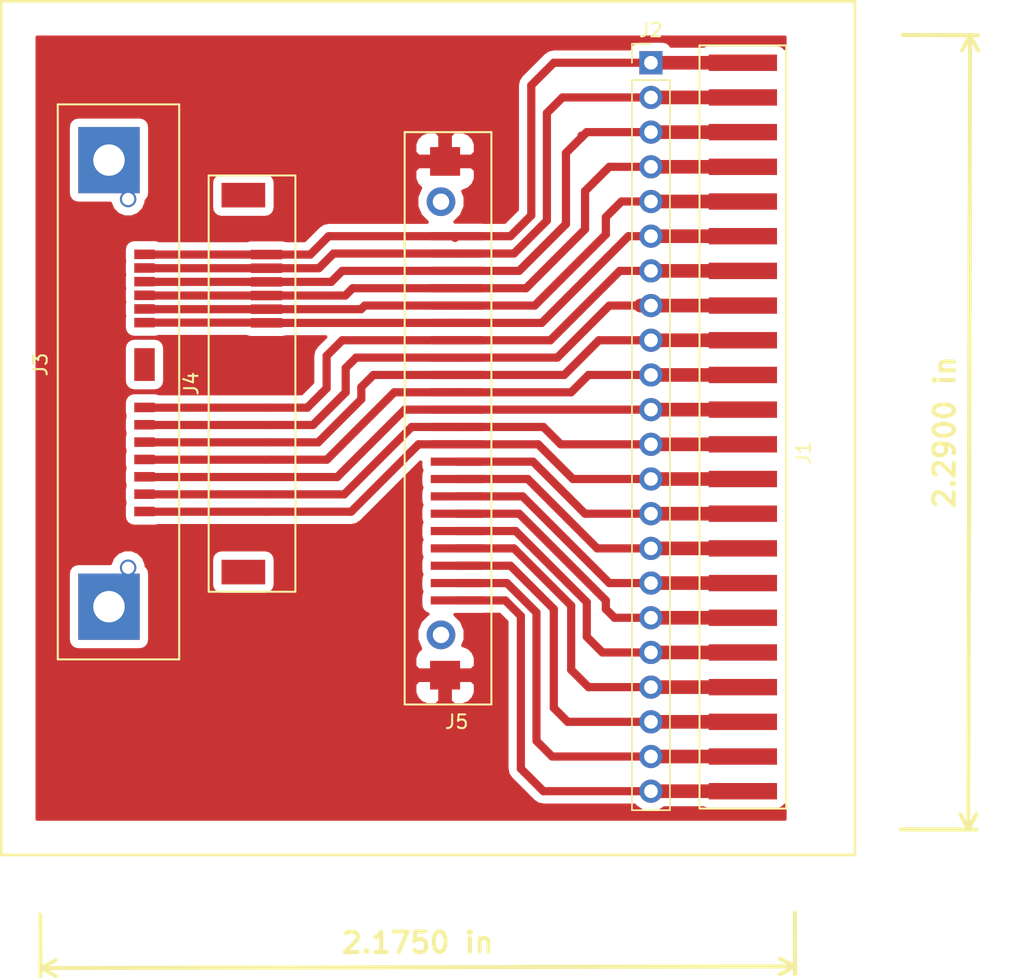
<source format=kicad_pcb>
(kicad_pcb (version 4) (host pcbnew 4.0.5+dfsg1-4~bpo8+1)

  (general
    (links 75)
    (no_connects 4)
    (area 154.899999 82.399999 217.600001 145.100001)
    (thickness 1.6)
    (drawings 6)
    (tracks 189)
    (zones 0)
    (modules 5)
    (nets 24)
  )

  (page USLetter)
  (layers
    (0 F.Cu signal)
    (31 B.Cu signal)
    (32 B.Adhes user)
    (33 F.Adhes user)
    (34 B.Paste user)
    (35 F.Paste user)
    (36 B.SilkS user)
    (37 F.SilkS user)
    (38 B.Mask user)
    (39 F.Mask user)
    (40 Dwgs.User user)
    (41 Cmts.User user)
    (42 Eco1.User user)
    (43 Eco2.User user)
    (44 Edge.Cuts user)
    (45 Margin user)
    (46 B.CrtYd user)
    (47 F.CrtYd user)
    (48 B.Fab user)
    (49 F.Fab user)
  )

  (setup
    (last_trace_width 0.6)
    (user_trace_width 0.3)
    (user_trace_width 0.6)
    (user_trace_width 1)
    (trace_clearance 0.2)
    (zone_clearance 0.6)
    (zone_45_only no)
    (trace_min 0.2)
    (segment_width 0.2)
    (edge_width 0.15)
    (via_size 0.6)
    (via_drill 0.4)
    (via_min_size 0.4)
    (via_min_drill 0.3)
    (uvia_size 0.3)
    (uvia_drill 0.1)
    (uvias_allowed no)
    (uvia_min_size 0.2)
    (uvia_min_drill 0.1)
    (pcb_text_width 0.3)
    (pcb_text_size 1.5 1.5)
    (mod_edge_width 0.15)
    (mod_text_size 1 1)
    (mod_text_width 0.15)
    (pad_size 1.524 1.524)
    (pad_drill 0.762)
    (pad_to_mask_clearance 0.2)
    (aux_axis_origin 0 0)
    (visible_elements 7FFFFFFF)
    (pcbplotparams
      (layerselection 0x00030_80000001)
      (usegerberextensions false)
      (excludeedgelayer true)
      (linewidth 0.100000)
      (plotframeref false)
      (viasonmask false)
      (mode 1)
      (useauxorigin false)
      (hpglpennumber 1)
      (hpglpenspeed 20)
      (hpglpendiameter 15)
      (hpglpenoverlay 2)
      (psnegative false)
      (psa4output false)
      (plotreference true)
      (plotvalue true)
      (plotinvisibletext false)
      (padsonsilk false)
      (subtractmaskfromsilk false)
      (outputformat 1)
      (mirror false)
      (drillshape 1)
      (scaleselection 1)
      (outputdirectory ""))
  )

  (net 0 "")
  (net 1 /1)
  (net 2 /2)
  (net 3 /3)
  (net 4 /4)
  (net 5 /5)
  (net 6 /6)
  (net 7 /7)
  (net 8 /8)
  (net 9 /9)
  (net 10 /10)
  (net 11 /11)
  (net 12 /12)
  (net 13 /13)
  (net 14 /14)
  (net 15 /15)
  (net 16 /16)
  (net 17 /17)
  (net 18 /18)
  (net 19 /19)
  (net 20 /20)
  (net 21 /21)
  (net 22 /22)
  (net 23 GND)

  (net_class Default "This is the default net class."
    (clearance 0.2)
    (trace_width 0.25)
    (via_dia 0.6)
    (via_drill 0.4)
    (uvia_dia 0.3)
    (uvia_drill 0.1)
    (add_net /1)
    (add_net /10)
    (add_net /11)
    (add_net /12)
    (add_net /13)
    (add_net /14)
    (add_net /15)
    (add_net /16)
    (add_net /17)
    (add_net /18)
    (add_net /19)
    (add_net /2)
    (add_net /20)
    (add_net /21)
    (add_net /22)
    (add_net /3)
    (add_net /4)
    (add_net /5)
    (add_net /6)
    (add_net /7)
    (add_net /8)
    (add_net /9)
    (add_net GND)
  )

  (net_class Signals ""
    (clearance 0.2)
    (trace_width 1)
    (via_dia 0.6)
    (via_drill 0.4)
    (uvia_dia 0.3)
    (uvia_drill 0.1)
  )

  (module CenditFootprints:CARD_EDGE_22P (layer F.Cu) (tedit 59DD192D) (tstamp 5A6EA9A1)
    (at 209.296 112.395 270)
    (descr 20)
    (path /59DD250F)
    (fp_text reference J1 (at 3.175 -4.445 270) (layer F.SilkS)
      (effects (font (size 1 1) (thickness 0.15)))
    )
    (fp_text value BOARD_EDGE_22P (at 2.54 4.445 270) (layer F.Fab)
      (effects (font (size 1 1) (thickness 0.15)))
    )
    (fp_line (start -26.67 -3.175) (end -26.67 3.175) (layer F.SilkS) (width 0.15))
    (fp_line (start -26.67 3.175) (end 29.21 3.175) (layer F.SilkS) (width 0.15))
    (fp_line (start 29.21 3.175) (end 29.21 -3.175) (layer F.SilkS) (width 0.15))
    (fp_line (start 29.21 -3.175) (end -26.67 -3.175) (layer F.SilkS) (width 0.15))
    (pad 22 smd rect (at 27.94 0 270) (size 1.2 5) (layers F.Cu F.Paste F.Mask)
      (net 22 /22))
    (pad 17 smd rect (at 15.24 0 270) (size 1.2 5) (layers F.Cu F.Paste F.Mask)
      (net 17 /17))
    (pad 1 smd rect (at -25.4 0 270) (size 1.2 5) (layers F.Cu F.Paste F.Mask)
      (net 1 /1))
    (pad 2 smd rect (at -22.86 0 270) (size 1.2 5) (layers F.Cu F.Paste F.Mask)
      (net 2 /2))
    (pad 4 smd rect (at -17.78 0 270) (size 1.2 5) (layers F.Cu F.Paste F.Mask)
      (net 4 /4))
    (pad 5 smd rect (at -15.24 0 270) (size 1.2 5) (layers F.Cu F.Paste F.Mask)
      (net 5 /5))
    (pad 6 smd rect (at -12.7 0 270) (size 1.2 5) (layers F.Cu F.Paste F.Mask)
      (net 6 /6))
    (pad 7 smd rect (at -10.16 0 270) (size 1.2 5) (layers F.Cu F.Paste F.Mask)
      (net 7 /7))
    (pad 8 smd rect (at -7.62 0 270) (size 1.2 5) (layers F.Cu F.Paste F.Mask)
      (net 8 /8))
    (pad 9 smd rect (at -5.08 0 270) (size 1.2 5) (layers F.Cu F.Paste F.Mask)
      (net 9 /9))
    (pad 10 smd rect (at -2.54 0 270) (size 1.2 5) (layers F.Cu F.Paste F.Mask)
      (net 10 /10))
    (pad 11 smd rect (at 0 0 270) (size 1.2 5) (layers F.Cu F.Paste F.Mask)
      (net 11 /11))
    (pad 13 smd rect (at 5.08 0 270) (size 1.2 5) (layers F.Cu F.Paste F.Mask)
      (net 13 /13))
    (pad 14 smd rect (at 7.62 0 270) (size 1.2 5) (layers F.Cu F.Paste F.Mask)
      (net 14 /14))
    (pad 15 smd rect (at 10.16 0 270) (size 1.2 5) (layers F.Cu F.Paste F.Mask)
      (net 15 /15))
    (pad 16 smd rect (at 12.7 0 270) (size 1.2 5) (layers F.Cu F.Paste F.Mask)
      (net 16 /16))
    (pad 18 smd rect (at 17.78 0 270) (size 1.2 5) (layers F.Cu F.Paste F.Mask)
      (net 18 /18))
    (pad 19 smd rect (at 20.32 0 270) (size 1.2 5) (layers F.Cu F.Paste F.Mask)
      (net 19 /19))
    (pad 20 smd rect (at 22.86 0 270) (size 1.2 5) (layers F.Cu F.Paste F.Mask)
      (net 20 /20))
    (pad 3 smd rect (at -20.32 0 270) (size 1.2 5) (layers F.Cu F.Paste F.Mask)
      (net 3 /3))
    (pad 21 smd rect (at 25.4 0 270) (size 1.2 5) (layers F.Cu F.Paste F.Mask)
      (net 21 /21))
    (pad 12 smd rect (at 2.54 0 270) (size 1.2 5) (layers F.Cu F.Paste F.Mask)
      (net 12 /12))
  )

  (module Pin_Headers:Pin_Header_Straight_1x22_Pitch2.54mm (layer F.Cu) (tedit 5862ED52) (tstamp 5A6EA9C9)
    (at 202.565 86.995)
    (descr "Through hole straight pin header, 1x22, 2.54mm pitch, single row")
    (tags "Through hole pin header THT 1x22 2.54mm single row")
    (path /59DD196D)
    (fp_text reference J2 (at 0 -2.39) (layer F.SilkS)
      (effects (font (size 1 1) (thickness 0.15)))
    )
    (fp_text value PIN_HEADER_01X22 (at 0 55.73) (layer F.Fab)
      (effects (font (size 1 1) (thickness 0.15)))
    )
    (fp_line (start -1.27 -1.27) (end -1.27 54.61) (layer F.Fab) (width 0.1))
    (fp_line (start -1.27 54.61) (end 1.27 54.61) (layer F.Fab) (width 0.1))
    (fp_line (start 1.27 54.61) (end 1.27 -1.27) (layer F.Fab) (width 0.1))
    (fp_line (start 1.27 -1.27) (end -1.27 -1.27) (layer F.Fab) (width 0.1))
    (fp_line (start -1.39 1.27) (end -1.39 54.73) (layer F.SilkS) (width 0.12))
    (fp_line (start -1.39 54.73) (end 1.39 54.73) (layer F.SilkS) (width 0.12))
    (fp_line (start 1.39 54.73) (end 1.39 1.27) (layer F.SilkS) (width 0.12))
    (fp_line (start 1.39 1.27) (end -1.39 1.27) (layer F.SilkS) (width 0.12))
    (fp_line (start -1.39 0) (end -1.39 -1.39) (layer F.SilkS) (width 0.12))
    (fp_line (start -1.39 -1.39) (end 0 -1.39) (layer F.SilkS) (width 0.12))
    (fp_line (start -1.6 -1.6) (end -1.6 54.9) (layer F.CrtYd) (width 0.05))
    (fp_line (start -1.6 54.9) (end 1.6 54.9) (layer F.CrtYd) (width 0.05))
    (fp_line (start 1.6 54.9) (end 1.6 -1.6) (layer F.CrtYd) (width 0.05))
    (fp_line (start 1.6 -1.6) (end -1.6 -1.6) (layer F.CrtYd) (width 0.05))
    (pad 1 thru_hole rect (at 0 0) (size 1.7 1.7) (drill 1) (layers *.Cu *.Mask)
      (net 1 /1))
    (pad 2 thru_hole oval (at 0 2.54) (size 1.7 1.7) (drill 1) (layers *.Cu *.Mask)
      (net 2 /2))
    (pad 3 thru_hole oval (at 0 5.08) (size 1.7 1.7) (drill 1) (layers *.Cu *.Mask)
      (net 3 /3))
    (pad 4 thru_hole oval (at 0 7.62) (size 1.7 1.7) (drill 1) (layers *.Cu *.Mask)
      (net 4 /4))
    (pad 5 thru_hole oval (at 0 10.16) (size 1.7 1.7) (drill 1) (layers *.Cu *.Mask)
      (net 5 /5))
    (pad 6 thru_hole oval (at 0 12.7) (size 1.7 1.7) (drill 1) (layers *.Cu *.Mask)
      (net 6 /6))
    (pad 7 thru_hole oval (at 0 15.24) (size 1.7 1.7) (drill 1) (layers *.Cu *.Mask)
      (net 7 /7))
    (pad 8 thru_hole oval (at 0 17.78) (size 1.7 1.7) (drill 1) (layers *.Cu *.Mask)
      (net 8 /8))
    (pad 9 thru_hole oval (at 0 20.32) (size 1.7 1.7) (drill 1) (layers *.Cu *.Mask)
      (net 9 /9))
    (pad 10 thru_hole oval (at 0 22.86) (size 1.7 1.7) (drill 1) (layers *.Cu *.Mask)
      (net 10 /10))
    (pad 11 thru_hole oval (at 0 25.4) (size 1.7 1.7) (drill 1) (layers *.Cu *.Mask)
      (net 11 /11))
    (pad 12 thru_hole oval (at 0 27.94) (size 1.7 1.7) (drill 1) (layers *.Cu *.Mask)
      (net 12 /12))
    (pad 13 thru_hole oval (at 0 30.48) (size 1.7 1.7) (drill 1) (layers *.Cu *.Mask)
      (net 13 /13))
    (pad 14 thru_hole oval (at 0 33.02) (size 1.7 1.7) (drill 1) (layers *.Cu *.Mask)
      (net 14 /14))
    (pad 15 thru_hole oval (at 0 35.56) (size 1.7 1.7) (drill 1) (layers *.Cu *.Mask)
      (net 15 /15))
    (pad 16 thru_hole oval (at 0 38.1) (size 1.7 1.7) (drill 1) (layers *.Cu *.Mask)
      (net 16 /16))
    (pad 17 thru_hole oval (at 0 40.64) (size 1.7 1.7) (drill 1) (layers *.Cu *.Mask)
      (net 17 /17))
    (pad 18 thru_hole oval (at 0 43.18) (size 1.7 1.7) (drill 1) (layers *.Cu *.Mask)
      (net 18 /18))
    (pad 19 thru_hole oval (at 0 45.72) (size 1.7 1.7) (drill 1) (layers *.Cu *.Mask)
      (net 19 /19))
    (pad 20 thru_hole oval (at 0 48.26) (size 1.7 1.7) (drill 1) (layers *.Cu *.Mask)
      (net 20 /20))
    (pad 21 thru_hole oval (at 0 50.8) (size 1.7 1.7) (drill 1) (layers *.Cu *.Mask)
      (net 21 /21))
    (pad 22 thru_hole oval (at 0 53.34) (size 1.7 1.7) (drill 1) (layers *.Cu *.Mask)
      (net 22 /22))
    (model Pin_Headers.3dshapes/Pin_Header_Straight_1x22_Pitch2.54mm.wrl
      (at (xyz 0 -1.05 0))
      (scale (xyz 1 1 1))
      (rotate (xyz 0 0 90))
    )
  )

  (module CenditFootprints:SLIMLINE_SATA_PLUG_7P_6P (layer F.Cu) (tedit 59C2E00D) (tstamp 5A6EA9E3)
    (at 165.481 109.093 270)
    (path /59DD133C)
    (fp_text reference J3 (at 0 7.62 270) (layer F.SilkS)
      (effects (font (size 1 1) (thickness 0.15)))
    )
    (fp_text value SLIMLINE_SATA_PLUG_7P_6P_HORZ (at 0 -3.81 270) (layer F.Fab)
      (effects (font (size 1 1) (thickness 0.15)))
    )
    (fp_line (start -19.05 6.35) (end 21.59 6.35) (layer F.SilkS) (width 0.15))
    (fp_line (start 21.59 6.35) (end 21.59 -2.54) (layer F.SilkS) (width 0.15))
    (fp_line (start 21.59 -2.54) (end -19.05 -2.54) (layer F.SilkS) (width 0.15))
    (fp_line (start -19.05 -2.54) (end -19.05 6.35) (layer F.SilkS) (width 0.15))
    (pad 14 smd rect (at 0 0 270) (size 2.4 1.5) (layers F.Cu F.Paste F.Mask)
      (net 14 /14))
    (pad 12 smd rect (at 9.49 0 270) (size 0.7 1.5) (layers F.Cu F.Paste F.Mask)
      (net 12 /12))
    (pad 11 smd rect (at 8.22 0 270) (size 0.7 1.5) (layers F.Cu F.Paste F.Mask)
      (net 11 /11))
    (pad 13 smd rect (at 10.76 0 270) (size 0.7 1.5) (layers F.Cu F.Paste F.Mask)
      (net 13 /13))
    (pad 10 smd rect (at 6.95 0 270) (size 0.7 1.5) (layers F.Cu F.Paste F.Mask)
      (net 10 /10))
    (pad 9 smd rect (at 5.68 0 270) (size 0.7 1.5) (layers F.Cu F.Paste F.Mask)
      (net 9 /9))
    (pad 8 smd rect (at 4.41 0 270) (size 0.7 1.5) (layers F.Cu F.Paste F.Mask)
      (net 8 /8))
    (pad 7 smd rect (at 3.14 0 270) (size 0.7 1.5) (layers F.Cu F.Paste F.Mask)
      (net 7 /7))
    (pad 6 smd rect (at -3.07 0 270) (size 0.7 1.5) (layers F.Cu F.Paste F.Mask)
      (net 6 /6))
    (pad 5 smd rect (at -4.07 0 270) (size 0.7 1.5) (layers F.Cu F.Paste F.Mask)
      (net 5 /5))
    (pad 4 smd rect (at -5.07 0 270) (size 0.7 1.5) (layers F.Cu F.Paste F.Mask)
      (net 4 /4))
    (pad 3 smd rect (at -6.07 0 270) (size 0.7 1.5) (layers F.Cu F.Paste F.Mask)
      (net 3 /3))
    (pad 2 smd rect (at -7.07 0 270) (size 0.7 1.5) (layers F.Cu F.Paste F.Mask)
      (net 2 /2))
    (pad 1 smd rect (at -8.07 0 270) (size 0.7 1.5) (layers F.Cu F.Paste F.Mask)
      (net 1 /1))
    (pad 17 thru_hole circle (at 14.88 1.2 270) (size 1.2 1.2) (drill 0.9) (layers *.Cu *.Mask))
    (pad 16 thru_hole circle (at -12.12 1.2 270) (size 1.2 1.2) (drill 0.9) (layers *.Cu *.Mask))
    (pad 15 thru_hole rect (at 17.73 2.6 270) (size 4.85 4.5) (drill 2.3) (layers *.Cu *.Mask))
    (pad 14 thru_hole rect (at -14.97 2.6 270) (size 4.85 4.5) (drill 2.3) (layers *.Cu *.Paste *.Mask)
      (net 14 /14))
  )

  (module CenditFootprints:SATA_RECEPTACLE_VERTICAL_SMT_6P_7P (layer F.Cu) (tedit 59DD25A2) (tstamp 5A6EA9FA)
    (at 172.72 110.49 270)
    (descr 3)
    (path /59DD1406)
    (fp_text reference J4 (at 0 3.81 270) (layer F.SilkS)
      (effects (font (size 1 1) (thickness 0.15)))
    )
    (fp_text value "SATA_RECEPTACLE_VERTICAL_SMT_6P_ 7P" (at 0 -5 270) (layer F.Fab)
      (effects (font (size 1 1) (thickness 0.15)))
    )
    (fp_line (start -15.24 -3.81) (end -15.24 2.54) (layer F.SilkS) (width 0.15))
    (fp_line (start -15.24 2.54) (end 15.24 2.54) (layer F.SilkS) (width 0.15))
    (fp_line (start 15.24 2.54) (end 15.24 -3.81) (layer F.SilkS) (width 0.15))
    (fp_line (start 15.24 -3.81) (end -15.24 -3.81) (layer F.SilkS) (width 0.15))
    (pad 8 smd rect (at 3.03 -1.7 270) (size 0.5 2.3) (layers F.Cu F.Paste F.Mask)
      (net 8 /8))
    (pad 7 smd rect (at 1.76 -1.7 270) (size 0.5 2.3) (layers F.Cu F.Paste F.Mask)
      (net 7 /7))
    (pad 9 smd rect (at 4.3 -1.7 270) (size 0.5 2.3) (layers F.Cu F.Paste F.Mask)
      (net 9 /9))
    (pad 10 smd rect (at 5.57 -1.7 270) (size 0.5 2.3) (layers F.Cu F.Paste F.Mask)
      (net 10 /10))
    (pad 11 smd rect (at 6.84 -1.7 270) (size 0.5 2.3) (layers F.Cu F.Paste F.Mask)
      (net 11 /11))
    (pad 12 smd rect (at 8.11 -1.7 270) (size 0.5 2.3) (layers F.Cu F.Paste F.Mask)
      (net 12 /12))
    (pad 13 smd rect (at 9.38 -1.7 270) (size 0.5 2.3) (layers F.Cu F.Paste F.Mask)
      (net 13 /13))
    (pad 6 smd rect (at -4.45 -1.7 270) (size 0.7 2.3) (layers F.Cu F.Paste F.Mask)
      (net 6 /6))
    (pad 5 smd rect (at -5.45 -1.7 270) (size 0.7 2.3) (layers F.Cu F.Paste F.Mask)
      (net 5 /5))
    (pad 4 smd rect (at -6.45 -1.7 270) (size 0.7 2.3) (layers F.Cu F.Paste F.Mask)
      (net 4 /4))
    (pad 3 smd rect (at -7.45 -1.7 270) (size 0.7 2.3) (layers F.Cu F.Paste F.Mask)
      (net 3 /3))
    (pad 2 smd rect (at -8.45 -1.7 270) (size 0.7 2.3) (layers F.Cu F.Paste F.Mask)
      (net 2 /2))
    (pad 1 smd rect (at -9.45 -1.7 270) (size 0.7 2.3) (layers F.Cu F.Paste F.Mask)
      (net 1 /1))
    (pad 14 smd rect (at 13.8 0 270) (size 1.8 3.2) (layers F.Cu F.Paste F.Mask)
      (net 14 /14))
    (pad 14 smd rect (at -13.8 0 270) (size 1.8 3.2) (layers F.Cu F.Paste F.Mask)
      (net 14 /14))
  )

  (module CenditFootprints:SATA_BACKPLANE_RECEPTACLE_VERTICAL_22P (layer F.Cu) (tedit 59DEB63E) (tstamp 5A6EAA1D)
    (at 185.801 99.695)
    (descr 21)
    (path /59DD1528)
    (fp_text reference J5 (at 2.54 35.56) (layer F.SilkS)
      (effects (font (size 1 1) (thickness 0.15)))
    )
    (fp_text value SATA_BACKPLANE_RECEPTACLE_VERTICAL_22P (at -2.032 10.16 90) (layer F.Fab)
      (effects (font (size 1 1) (thickness 0.15)))
    )
    (fp_line (start -1.27 -7.62) (end -1.27 1.27) (layer F.SilkS) (width 0.15))
    (fp_line (start -1.27 -7.62) (end 5.08 -7.62) (layer F.SilkS) (width 0.15))
    (fp_line (start 5.08 -7.62) (end 5.08 34.29) (layer F.SilkS) (width 0.15))
    (fp_line (start 5.08 34.29) (end -1.27 34.29) (layer F.SilkS) (width 0.15))
    (fp_line (start -1.27 34.29) (end -1.27 0) (layer F.SilkS) (width 0.15))
    (pad 23 smd rect (at 1.69 32.145) (size 2.2 2.1) (layers F.Cu F.Paste F.Mask)
      (net 23 GND))
    (pad "" np_thru_hole circle (at 1.39 29.195) (size 2.1 2.1) (drill 1.2) (layers *.Cu *.Mask))
    (pad 1 smd rect (at 2.54 0) (size 3.8 0.6) (layers F.Cu F.Paste F.Mask)
      (net 1 /1))
    (pad 2 smd rect (at 2.54 1.27) (size 3.8 0.6) (layers F.Cu F.Paste F.Mask)
      (net 2 /2))
    (pad 3 smd rect (at 2.54 2.54) (size 3.8 0.6) (layers F.Cu F.Paste F.Mask)
      (net 3 /3))
    (pad 4 smd rect (at 2.54 3.81) (size 3.8 0.6) (layers F.Cu F.Paste F.Mask)
      (net 4 /4))
    (pad 5 smd rect (at 2.54 5.08) (size 3.8 0.6) (layers F.Cu F.Paste F.Mask)
      (net 5 /5))
    (pad 6 smd rect (at 2.54 6.35) (size 3.8 0.6) (layers F.Cu F.Paste F.Mask)
      (net 6 /6))
    (pad 7 smd rect (at 2.54 7.62) (size 3.8 0.6) (layers F.Cu F.Paste F.Mask)
      (net 7 /7))
    (pad 8 smd rect (at 2.54 8.89) (size 3.8 0.6) (layers F.Cu F.Paste F.Mask)
      (net 8 /8))
    (pad 9 smd rect (at 2.54 10.16) (size 3.8 0.6) (layers F.Cu F.Paste F.Mask)
      (net 9 /9))
    (pad 10 smd rect (at 2.54 11.43) (size 3.8 0.6) (layers F.Cu F.Paste F.Mask)
      (net 10 /10))
    (pad 11 smd rect (at 2.54 12.7) (size 3.8 0.6) (layers F.Cu F.Paste F.Mask)
      (net 11 /11))
    (pad 12 smd rect (at 2.54 13.97) (size 3.8 0.6) (layers F.Cu F.Paste F.Mask)
      (net 12 /12))
    (pad 13 smd rect (at 2.54 15.24) (size 3.8 0.6) (layers F.Cu F.Paste F.Mask)
      (net 13 /13))
    (pad 14 smd rect (at 2.54 16.51) (size 3.8 0.6) (layers F.Cu F.Paste F.Mask)
      (net 14 /14))
    (pad 15 smd rect (at 2.54 17.78) (size 3.8 0.6) (layers F.Cu F.Paste F.Mask)
      (net 15 /15))
    (pad 16 smd rect (at 2.54 19.05) (size 3.8 0.6) (layers F.Cu F.Paste F.Mask)
      (net 16 /16))
    (pad 17 smd rect (at 2.54 20.32) (size 3.8 0.6) (layers F.Cu F.Paste F.Mask)
      (net 17 /17))
    (pad 18 smd rect (at 2.54 21.59) (size 3.8 0.6) (layers F.Cu F.Paste F.Mask)
      (net 18 /18))
    (pad 19 smd rect (at 2.54 22.86) (size 3.8 0.6) (layers F.Cu F.Paste F.Mask)
      (net 19 /19))
    (pad 20 smd rect (at 2.54 24.13) (size 3.8 0.6) (layers F.Cu F.Paste F.Mask)
      (net 20 /20))
    (pad 21 smd rect (at 2.54 25.4) (size 3.8 0.6) (layers F.Cu F.Paste F.Mask)
      (net 21 /21))
    (pad 22 smd rect (at 2.54 26.67) (size 3.8 0.6) (layers F.Cu F.Paste F.Mask)
      (net 22 /22))
    (pad "" np_thru_hole circle (at 1.39 -2.525) (size 2.1 2.1) (drill 1.2) (layers *.Cu *.Mask))
    (pad 23 smd rect (at 1.69 -5.475) (size 2.2 2.1) (layers F.Cu F.Paste F.Mask)
      (net 23 GND))
  )

  (dimension 55.245146 (width 0.3) (layer F.SilkS)
    (gr_text 55,245mm (at 185.49565 154.574015 0.1317142036) (layer F.SilkS)
      (effects (font (size 1.5 1.5) (thickness 0.3)))
    )
    (feature1 (pts (xy 213.106 149.225) (xy 213.121254 155.860512)))
    (feature2 (pts (xy 157.861 149.352) (xy 157.876254 155.987512)))
    (crossbar (pts (xy 157.870047 153.287519) (xy 213.115047 153.160519)))
    (arrow1a (pts (xy 213.115047 153.160519) (xy 211.989894 153.749528)))
    (arrow1b (pts (xy 213.115047 153.160519) (xy 211.987198 152.576689)))
    (arrow2a (pts (xy 157.870047 153.287519) (xy 158.997896 153.871349)))
    (arrow2b (pts (xy 157.870047 153.287519) (xy 158.9952 152.69851)))
  )
  (dimension 58.166139 (width 0.3) (layer F.SilkS)
    (gr_text 58,166mm (at 227.219473 114.059761 89.87490024) (layer F.SilkS)
      (effects (font (size 1.5 1.5) (thickness 0.3)))
    )
    (feature1 (pts (xy 220.853 143.129) (xy 228.50597 143.145709)))
    (feature2 (pts (xy 220.98 84.963) (xy 228.63297 84.979709)))
    (crossbar (pts (xy 225.932976 84.973814) (xy 225.805976 143.139814)))
    (arrow1a (pts (xy 225.805976 143.139814) (xy 225.222016 142.012033)))
    (arrow1b (pts (xy 225.805976 143.139814) (xy 226.394855 142.014593)))
    (arrow2a (pts (xy 225.932976 84.973814) (xy 225.344097 86.099035)))
    (arrow2b (pts (xy 225.932976 84.973814) (xy 226.516936 86.101595)))
  )
  (gr_line (start 155 82.5) (end 217.5 82.5) (angle 90) (layer F.SilkS) (width 0.2))
  (gr_line (start 155 145) (end 155 82.5) (angle 90) (layer F.SilkS) (width 0.2))
  (gr_line (start 217.5 145) (end 155 145) (angle 90) (layer F.SilkS) (width 0.2))
  (gr_line (start 217.5 82.5) (end 217.5 145) (angle 90) (layer F.SilkS) (width 0.2))

  (segment (start 209.296 86.995) (end 202.565 86.995) (width 1) (layer F.Cu) (net 1))
  (segment (start 174.42 101.04) (end 165.498 101.04) (width 0.6) (layer F.Cu) (net 1))
  (segment (start 165.498 101.04) (end 165.481 101.023) (width 0.6) (layer F.Cu) (net 1) (tstamp 59DEB566))
  (segment (start 202.565 86.995) (end 195.453 86.995) (width 0.6) (layer F.Cu) (net 1))
  (segment (start 192.278 99.695) (end 193.802 98.171) (width 0.6) (layer F.Cu) (net 1) (tstamp 59DEB297))
  (segment (start 193.802 98.171) (end 193.802 88.646) (width 0.6) (layer F.Cu) (net 1) (tstamp 59DEB298))
  (segment (start 193.802 88.646) (end 195.453 86.995) (width 0.6) (layer F.Cu) (net 1) (tstamp 59DEB299))
  (segment (start 192.278 99.695) (end 188.341 99.695) (width 0.6) (layer F.Cu) (net 1))
  (segment (start 188.341 99.695) (end 178.966 99.695) (width 0.6) (layer F.Cu) (net 1))
  (segment (start 177.621 101.04) (end 178.943 99.718) (width 0.6) (layer F.Cu) (net 1) (tstamp 59DEAF0C))
  (segment (start 177.621 101.04) (end 174.42 101.04) (width 0.6) (layer F.Cu) (net 1))
  (segment (start 178.966 99.695) (end 178.943 99.718) (width 0.6) (layer F.Cu) (net 1) (tstamp 59DEB0C8))
  (segment (start 188.318 99.718) (end 188.341 99.695) (width 0.6) (layer F.Cu) (net 1) (tstamp 59DEAF12) (status 30))
  (segment (start 188.214 99.822) (end 188.341 99.695) (width 0.6) (layer F.Cu) (net 1) (tstamp 59DEAEFE) (status 30))
  (segment (start 209.296 89.535) (end 202.565 89.535) (width 1) (layer F.Cu) (net 2))
  (segment (start 174.42 102.04) (end 165.498 102.04) (width 0.6) (layer F.Cu) (net 2))
  (segment (start 165.498 102.04) (end 165.481 102.023) (width 0.6) (layer F.Cu) (net 2) (tstamp 59DEB569))
  (segment (start 202.565 89.535) (end 196.088 89.535) (width 0.6) (layer F.Cu) (net 2))
  (segment (start 192.532 100.965) (end 194.945 98.552) (width 0.6) (layer F.Cu) (net 2) (tstamp 59DEB29E))
  (segment (start 194.945 98.552) (end 194.945 90.678) (width 0.6) (layer F.Cu) (net 2) (tstamp 59DEB2A0))
  (segment (start 194.945 90.678) (end 196.088 89.535) (width 0.6) (layer F.Cu) (net 2) (tstamp 59DEB2A2))
  (segment (start 192.532 100.965) (end 188.341 100.965) (width 0.6) (layer F.Cu) (net 2))
  (segment (start 188.341 100.965) (end 179.324 100.965) (width 0.6) (layer F.Cu) (net 2))
  (segment (start 178.249 102.04) (end 179.324 100.965) (width 0.6) (layer F.Cu) (net 2) (tstamp 59DEAF16))
  (segment (start 178.249 102.04) (end 174.42 102.04) (width 0.6) (layer F.Cu) (net 2))
  (segment (start 209.296 92.075) (end 202.565 92.075) (width 1) (layer F.Cu) (net 3))
  (segment (start 174.42 103.04) (end 165.498 103.04) (width 0.6) (layer F.Cu) (net 3))
  (segment (start 165.498 103.04) (end 165.481 103.023) (width 0.6) (layer F.Cu) (net 3) (tstamp 59DEB56C))
  (segment (start 202.565 92.075) (end 197.866 92.075) (width 0.6) (layer F.Cu) (net 3))
  (segment (start 197.866 92.075) (end 197.612 92.329) (width 0.6) (layer F.Cu) (net 3) (tstamp 59DEB47A))
  (segment (start 197.612 92.329) (end 197.485 92.329) (width 0.6) (layer F.Cu) (net 3) (tstamp 59DEB47B))
  (segment (start 197.485 92.329) (end 197.485 92.456) (width 0.6) (layer F.Cu) (net 3) (tstamp 59DEB47C))
  (segment (start 188.341 102.235) (end 192.913 102.235) (width 0.6) (layer F.Cu) (net 3))
  (segment (start 196.342 93.599) (end 197.485 92.456) (width 0.6) (layer F.Cu) (net 3) (tstamp 59DEB2AA))
  (segment (start 197.485 92.456) (end 197.866 92.075) (width 0.6) (layer F.Cu) (net 3) (tstamp 59DEB47D))
  (segment (start 196.342 98.806) (end 196.342 93.599) (width 0.6) (layer F.Cu) (net 3) (tstamp 59DEB2A8))
  (segment (start 192.913 102.235) (end 196.342 98.806) (width 0.6) (layer F.Cu) (net 3) (tstamp 59DEB2A6))
  (segment (start 188.341 102.235) (end 179.959 102.235) (width 0.6) (layer F.Cu) (net 3))
  (segment (start 179.154 103.04) (end 179.959 102.235) (width 0.6) (layer F.Cu) (net 3) (tstamp 59DEAF21))
  (segment (start 179.154 103.04) (end 174.42 103.04) (width 0.6) (layer F.Cu) (net 3))
  (segment (start 209.296 94.615) (end 202.565 94.615) (width 1) (layer F.Cu) (net 4))
  (segment (start 174.42 104.04) (end 165.498 104.04) (width 0.6) (layer F.Cu) (net 4))
  (segment (start 165.498 104.04) (end 165.481 104.023) (width 0.6) (layer F.Cu) (net 4) (tstamp 59DEB56F))
  (segment (start 202.565 94.615) (end 199.517 94.615) (width 0.6) (layer F.Cu) (net 4))
  (segment (start 193.421 103.505) (end 197.739 99.187) (width 0.6) (layer F.Cu) (net 4) (tstamp 59DEB2AE))
  (segment (start 197.739 99.187) (end 197.739 96.393) (width 0.6) (layer F.Cu) (net 4) (tstamp 59DEB2B0))
  (segment (start 197.739 96.393) (end 199.517 94.615) (width 0.6) (layer F.Cu) (net 4) (tstamp 59DEB2B2))
  (segment (start 193.421 103.505) (end 188.341 103.505) (width 0.6) (layer F.Cu) (net 4))
  (segment (start 188.341 103.505) (end 180.721 103.505) (width 0.6) (layer F.Cu) (net 4))
  (segment (start 180.186 104.04) (end 180.721 103.505) (width 0.6) (layer F.Cu) (net 4) (tstamp 59DEAF28))
  (segment (start 180.186 104.04) (end 174.42 104.04) (width 0.6) (layer F.Cu) (net 4))
  (segment (start 209.296 97.155) (end 202.565 97.155) (width 1) (layer F.Cu) (net 5))
  (segment (start 174.42 105.04) (end 165.498 105.04) (width 0.6) (layer F.Cu) (net 5))
  (segment (start 165.498 105.04) (end 165.481 105.023) (width 0.6) (layer F.Cu) (net 5) (tstamp 59DEB572))
  (segment (start 202.565 97.155) (end 200.406 97.155) (width 0.6) (layer F.Cu) (net 5))
  (segment (start 194.056 104.775) (end 199.263 99.568) (width 0.6) (layer F.Cu) (net 5) (tstamp 59DEB2BD))
  (segment (start 199.263 99.568) (end 199.263 98.298) (width 0.6) (layer F.Cu) (net 5) (tstamp 59DEB2BF))
  (segment (start 199.263 98.298) (end 200.406 97.155) (width 0.6) (layer F.Cu) (net 5) (tstamp 59DEB2C0))
  (segment (start 194.056 104.775) (end 188.341 104.775) (width 0.6) (layer F.Cu) (net 5))
  (segment (start 188.341 104.775) (end 181.61 104.775) (width 0.6) (layer F.Cu) (net 5))
  (segment (start 181.345 105.04) (end 181.61 104.775) (width 0.6) (layer F.Cu) (net 5) (tstamp 59DEAF2F))
  (segment (start 181.345 105.04) (end 174.42 105.04) (width 0.6) (layer F.Cu) (net 5))
  (segment (start 209.296 99.695) (end 202.565 99.695) (width 1) (layer F.Cu) (net 6))
  (segment (start 165.481 106.023) (end 174.403 106.023) (width 0.6) (layer F.Cu) (net 6))
  (segment (start 174.403 106.023) (end 174.42 106.04) (width 0.6) (layer F.Cu) (net 6) (tstamp 59DEB575))
  (segment (start 188.341 106.045) (end 174.425 106.045) (width 0.6) (layer F.Cu) (net 6))
  (segment (start 174.425 106.045) (end 174.42 106.04) (width 0.6) (layer F.Cu) (net 6) (tstamp 59DEB563))
  (segment (start 202.565 99.695) (end 200.914 99.695) (width 0.6) (layer F.Cu) (net 6))
  (segment (start 194.564 106.045) (end 200.914 99.695) (width 0.6) (layer F.Cu) (net 6) (tstamp 59DEB2C4))
  (segment (start 194.564 106.045) (end 188.341 106.045) (width 0.6) (layer F.Cu) (net 6))
  (segment (start 188.336 106.04) (end 188.341 106.045) (width 0.6) (layer F.Cu) (net 6) (tstamp 59DEAED6) (status 30))
  (segment (start 209.296 102.235) (end 202.565 102.235) (width 1) (layer F.Cu) (net 7))
  (segment (start 174.42 112.25) (end 165.498 112.25) (width 0.6) (layer F.Cu) (net 7))
  (segment (start 165.498 112.25) (end 165.481 112.233) (width 0.6) (layer F.Cu) (net 7) (tstamp 59DEB578))
  (segment (start 202.565 102.235) (end 200.279 102.235) (width 0.6) (layer F.Cu) (net 7))
  (segment (start 195.199 107.315) (end 200.279 102.235) (width 0.6) (layer F.Cu) (net 7) (tstamp 59DEB2CA))
  (segment (start 195.199 107.315) (end 188.341 107.315) (width 0.6) (layer F.Cu) (net 7))
  (segment (start 188.341 107.315) (end 179.959 107.315) (width 0.6) (layer F.Cu) (net 7))
  (segment (start 177.401 112.25) (end 174.42 112.25) (width 0.6) (layer F.Cu) (net 7))
  (segment (start 178.816 108.458) (end 179.959 107.315) (width 0.6) (layer F.Cu) (net 7) (tstamp 59DEAE3C))
  (segment (start 178.816 110.835) (end 178.816 108.458) (width 0.6) (layer F.Cu) (net 7) (tstamp 59DEAE20))
  (segment (start 177.401 112.25) (end 178.816 110.835) (width 0.6) (layer F.Cu) (net 7) (tstamp 59DEAE1B))
  (segment (start 209.296 104.775) (end 201.803 104.775) (width 1) (layer F.Cu) (net 8))
  (segment (start 201.803 104.775) (end 202.565 104.775) (width 1) (layer F.Cu) (net 8) (tstamp 59DEB6B1))
  (segment (start 174.42 113.52) (end 165.498 113.52) (width 0.6) (layer F.Cu) (net 8))
  (segment (start 165.498 113.52) (end 165.481 113.503) (width 0.6) (layer F.Cu) (net 8) (tstamp 59DEB57B))
  (segment (start 202.565 104.775) (end 199.517 104.775) (width 0.6) (layer F.Cu) (net 8))
  (segment (start 195.707 108.585) (end 199.517 104.775) (width 0.6) (layer F.Cu) (net 8) (tstamp 59DEB2D0))
  (segment (start 195.707 108.585) (end 188.341 108.585) (width 0.6) (layer F.Cu) (net 8))
  (segment (start 188.341 108.585) (end 180.975 108.585) (width 0.6) (layer F.Cu) (net 8))
  (segment (start 177.818 113.52) (end 174.42 113.52) (width 0.6) (layer F.Cu) (net 8) (tstamp 59DEAE56))
  (segment (start 180.213 111.125) (end 177.818 113.52) (width 0.6) (layer F.Cu) (net 8) (tstamp 59DEAE4F))
  (segment (start 180.213 109.347) (end 180.213 111.125) (width 0.6) (layer F.Cu) (net 8) (tstamp 59DEAE4D))
  (segment (start 180.975 108.585) (end 180.213 109.347) (width 0.6) (layer F.Cu) (net 8) (tstamp 59DEAE47))
  (segment (start 209.296 107.315) (end 202.565 107.315) (width 1) (layer F.Cu) (net 9))
  (segment (start 174.42 114.79) (end 165.498 114.79) (width 0.6) (layer F.Cu) (net 9))
  (segment (start 165.498 114.79) (end 165.481 114.773) (width 0.6) (layer F.Cu) (net 9) (tstamp 59DEB57E))
  (segment (start 202.565 107.315) (end 198.755 107.315) (width 0.6) (layer F.Cu) (net 9))
  (segment (start 196.215 109.855) (end 198.755 107.315) (width 0.6) (layer F.Cu) (net 9) (tstamp 59DEB2D6))
  (segment (start 196.215 109.855) (end 188.341 109.855) (width 0.6) (layer F.Cu) (net 9))
  (segment (start 188.341 109.855) (end 182.245 109.855) (width 0.6) (layer F.Cu) (net 9))
  (segment (start 181.356 111.633) (end 178.199 114.79) (width 0.6) (layer F.Cu) (net 9) (tstamp 59DEB021))
  (segment (start 181.356 110.744) (end 181.356 111.633) (width 0.6) (layer F.Cu) (net 9) (tstamp 59DEB01A))
  (segment (start 182.245 109.855) (end 181.356 110.744) (width 0.6) (layer F.Cu) (net 9) (tstamp 59DEB012))
  (segment (start 178.199 114.79) (end 174.42 114.79) (width 0.6) (layer F.Cu) (net 9))
  (segment (start 209.296 109.855) (end 202.565 109.855) (width 1) (layer F.Cu) (net 10))
  (segment (start 174.42 116.06) (end 165.498 116.06) (width 0.6) (layer F.Cu) (net 10))
  (segment (start 165.498 116.06) (end 165.481 116.043) (width 0.6) (layer F.Cu) (net 10) (tstamp 59DEB581))
  (segment (start 202.565 109.855) (end 197.993 109.855) (width 0.6) (layer F.Cu) (net 10))
  (segment (start 196.723 111.125) (end 197.993 109.855) (width 0.6) (layer F.Cu) (net 10) (tstamp 59DEB2DC))
  (segment (start 196.723 111.125) (end 188.341 111.125) (width 0.6) (layer F.Cu) (net 10))
  (segment (start 188.341 111.125) (end 183.769 111.125) (width 0.6) (layer F.Cu) (net 10))
  (segment (start 178.834 116.06) (end 174.42 116.06) (width 0.6) (layer F.Cu) (net 10) (tstamp 59DEAE80))
  (segment (start 183.769 111.125) (end 178.834 116.06) (width 0.6) (layer F.Cu) (net 10) (tstamp 59DEAE76))
  (segment (start 209.296 112.395) (end 202.565 112.395) (width 1) (layer F.Cu) (net 11))
  (segment (start 174.42 117.33) (end 165.498 117.33) (width 0.6) (layer F.Cu) (net 11))
  (segment (start 165.498 117.33) (end 165.481 117.313) (width 0.6) (layer F.Cu) (net 11) (tstamp 59DEB584))
  (segment (start 202.565 112.395) (end 188.341 112.395) (width 0.6) (layer F.Cu) (net 11))
  (segment (start 188.341 112.395) (end 184.531 112.395) (width 0.6) (layer F.Cu) (net 11))
  (segment (start 179.596 117.33) (end 174.42 117.33) (width 0.6) (layer F.Cu) (net 11) (tstamp 59DEAE8B))
  (segment (start 184.531 112.395) (end 179.596 117.33) (width 0.6) (layer F.Cu) (net 11) (tstamp 59DEAE88))
  (segment (start 209.296 114.935) (end 202.565 114.935) (width 1) (layer F.Cu) (net 12))
  (segment (start 174.42 118.6) (end 165.498 118.6) (width 0.6) (layer F.Cu) (net 12))
  (segment (start 165.498 118.6) (end 165.481 118.583) (width 0.6) (layer F.Cu) (net 12) (tstamp 59DEB587))
  (segment (start 202.565 114.935) (end 195.961 114.935) (width 0.6) (layer F.Cu) (net 12))
  (segment (start 194.691 113.665) (end 195.961 114.935) (width 0.6) (layer F.Cu) (net 12) (tstamp 59DEB373))
  (segment (start 194.691 113.665) (end 188.341 113.665) (width 0.6) (layer F.Cu) (net 12))
  (segment (start 188.341 113.665) (end 185.039 113.665) (width 0.6) (layer F.Cu) (net 12))
  (segment (start 180.104 118.6) (end 174.42 118.6) (width 0.6) (layer F.Cu) (net 12) (tstamp 59DEAE9B))
  (segment (start 185.039 113.665) (end 180.104 118.6) (width 0.6) (layer F.Cu) (net 12) (tstamp 59DEB0EF))
  (segment (start 209.296 117.475) (end 202.565 117.475) (width 1) (layer F.Cu) (net 13))
  (segment (start 174.42 119.87) (end 165.498 119.87) (width 0.6) (layer F.Cu) (net 13))
  (segment (start 165.498 119.87) (end 165.481 119.853) (width 0.6) (layer F.Cu) (net 13) (tstamp 59DEB58A))
  (segment (start 202.565 117.475) (end 196.85 117.475) (width 0.6) (layer F.Cu) (net 13))
  (segment (start 194.31 114.935) (end 196.85 117.475) (width 0.6) (layer F.Cu) (net 13) (tstamp 59DEB36A))
  (segment (start 194.31 114.935) (end 188.341 114.935) (width 0.6) (layer F.Cu) (net 13))
  (segment (start 188.341 114.935) (end 185.547 114.935) (width 0.6) (layer F.Cu) (net 13))
  (segment (start 185.547 114.935) (end 184.912 115.57) (width 0.6) (layer F.Cu) (net 13) (tstamp 59DEB0F7))
  (segment (start 180.612 119.87) (end 184.912 115.57) (width 0.6) (layer F.Cu) (net 13) (tstamp 59DEAE9F))
  (segment (start 184.912 115.57) (end 185.547 114.935) (width 0.6) (layer F.Cu) (net 13) (tstamp 59DEB0FB))
  (segment (start 180.612 119.87) (end 174.42 119.87) (width 0.6) (layer F.Cu) (net 13))
  (segment (start 209.296 120.015) (end 202.565 120.015) (width 1) (layer F.Cu) (net 14))
  (segment (start 202.565 120.015) (end 197.739 120.015) (width 0.6) (layer F.Cu) (net 14))
  (segment (start 193.929 116.205) (end 197.739 120.015) (width 0.6) (layer F.Cu) (net 14) (tstamp 59DEB35D))
  (segment (start 193.929 116.205) (end 188.341 116.205) (width 0.6) (layer F.Cu) (net 14))
  (segment (start 209.296 122.555) (end 202.565 122.555) (width 1) (layer F.Cu) (net 15))
  (segment (start 202.565 122.555) (end 198.628 122.555) (width 0.6) (layer F.Cu) (net 15))
  (segment (start 193.548 117.475) (end 198.628 122.555) (width 0.6) (layer F.Cu) (net 15) (tstamp 59DEB34F))
  (segment (start 193.548 117.475) (end 188.341 117.475) (width 0.6) (layer F.Cu) (net 15))
  (segment (start 209.296 125.095) (end 202.565 125.095) (width 1) (layer F.Cu) (net 16))
  (segment (start 202.565 125.095) (end 199.517 125.095) (width 0.6) (layer F.Cu) (net 16))
  (segment (start 193.167 118.745) (end 199.517 125.095) (width 0.6) (layer F.Cu) (net 16) (tstamp 59DEB344))
  (segment (start 193.167 118.745) (end 188.341 118.745) (width 0.6) (layer F.Cu) (net 16))
  (segment (start 209.296 127.635) (end 202.565 127.635) (width 1) (layer F.Cu) (net 17))
  (segment (start 202.565 127.635) (end 199.898 127.635) (width 0.6) (layer F.Cu) (net 17))
  (segment (start 192.913 120.015) (end 199.263 126.365) (width 0.6) (layer F.Cu) (net 17) (tstamp 59DEB32E))
  (segment (start 199.263 126.365) (end 199.263 127) (width 0.6) (layer F.Cu) (net 17) (tstamp 59DEB335))
  (segment (start 199.263 127) (end 199.898 127.635) (width 0.6) (layer F.Cu) (net 17) (tstamp 59DEB337))
  (segment (start 192.913 120.015) (end 188.341 120.015) (width 0.6) (layer F.Cu) (net 17))
  (segment (start 209.296 130.175) (end 202.565 130.175) (width 1) (layer F.Cu) (net 18))
  (segment (start 202.565 130.175) (end 199.009 130.175) (width 0.6) (layer F.Cu) (net 18))
  (segment (start 192.659 121.285) (end 197.866 126.492) (width 0.6) (layer F.Cu) (net 18) (tstamp 59DEB308))
  (segment (start 197.866 126.492) (end 197.866 129.032) (width 0.6) (layer F.Cu) (net 18) (tstamp 59DEB30E))
  (segment (start 197.866 129.032) (end 199.009 130.175) (width 0.6) (layer F.Cu) (net 18) (tstamp 59DEB313))
  (segment (start 192.659 121.285) (end 188.341 121.285) (width 0.6) (layer F.Cu) (net 18))
  (segment (start 209.296 132.715) (end 202.565 132.715) (width 1) (layer F.Cu) (net 19))
  (segment (start 202.565 132.715) (end 197.993 132.715) (width 0.6) (layer F.Cu) (net 19))
  (segment (start 192.532 122.555) (end 196.723 126.746) (width 0.6) (layer F.Cu) (net 19) (tstamp 59DEB2F9))
  (segment (start 196.723 126.746) (end 196.723 131.445) (width 0.6) (layer F.Cu) (net 19) (tstamp 59DEB2FE))
  (segment (start 196.723 131.445) (end 197.993 132.715) (width 0.6) (layer F.Cu) (net 19) (tstamp 59DEB301))
  (segment (start 192.532 122.555) (end 188.341 122.555) (width 0.6) (layer F.Cu) (net 19))
  (segment (start 209.296 135.255) (end 202.565 135.255) (width 1) (layer F.Cu) (net 20))
  (segment (start 202.565 135.255) (end 196.469 135.255) (width 0.6) (layer F.Cu) (net 20))
  (segment (start 192.278 123.825) (end 195.453 127) (width 0.6) (layer F.Cu) (net 20) (tstamp 59DEB2F1))
  (segment (start 195.453 127) (end 195.453 134.239) (width 0.6) (layer F.Cu) (net 20) (tstamp 59DEB2F3))
  (segment (start 195.453 134.239) (end 196.469 135.255) (width 0.6) (layer F.Cu) (net 20) (tstamp 59DEB2F5))
  (segment (start 192.278 123.825) (end 188.341 123.825) (width 0.6) (layer F.Cu) (net 20))
  (segment (start 209.296 137.795) (end 202.565 137.795) (width 1) (layer F.Cu) (net 21))
  (segment (start 202.565 137.795) (end 195.326 137.795) (width 0.6) (layer F.Cu) (net 21))
  (segment (start 192.024 125.095) (end 194.183 127.254) (width 0.6) (layer F.Cu) (net 21) (tstamp 59DEB2EB))
  (segment (start 194.183 127.254) (end 194.183 136.652) (width 0.6) (layer F.Cu) (net 21) (tstamp 59DEB2EC))
  (segment (start 194.183 136.652) (end 195.326 137.795) (width 0.6) (layer F.Cu) (net 21) (tstamp 59DEB2ED))
  (segment (start 192.024 125.095) (end 188.341 125.095) (width 0.6) (layer F.Cu) (net 21))
  (segment (start 209.296 140.335) (end 202.565 140.335) (width 1) (layer F.Cu) (net 22))
  (segment (start 202.565 140.335) (end 194.691 140.335) (width 0.6) (layer F.Cu) (net 22))
  (segment (start 191.897 126.365) (end 193.04 127.508) (width 0.6) (layer F.Cu) (net 22) (tstamp 59DEB2E4))
  (segment (start 193.04 127.508) (end 193.04 138.684) (width 0.6) (layer F.Cu) (net 22) (tstamp 59DEB2E5))
  (segment (start 193.04 138.684) (end 194.691 140.335) (width 0.6) (layer F.Cu) (net 22) (tstamp 59DEB2E6))
  (segment (start 191.897 126.365) (end 188.341 126.365) (width 0.6) (layer F.Cu) (net 22))

  (zone (net 23) (net_name GND) (layer F.Cu) (tstamp 59DEB974) (hatch edge 0.508)
    (connect_pads (clearance 0.6))
    (min_thickness 0.254)
    (fill yes (arc_segments 16) (thermal_gap 1) (thermal_bridge_width 1))
    (polygon
      (pts
        (xy 212.5 142.5) (xy 157.5 142.5) (xy 157.5 85) (xy 212.5 85)
      )
    )
    (filled_polygon
      (pts
        (xy 212.373 85.94913) (xy 212.327328 85.878154) (xy 212.084385 85.712157) (xy 211.796 85.653758) (xy 206.796 85.653758)
        (xy 206.52659 85.704451) (xy 206.427832 85.768) (xy 204.036317 85.768) (xy 203.946328 85.628154) (xy 203.703385 85.462157)
        (xy 203.415 85.403758) (xy 201.715 85.403758) (xy 201.44559 85.454451) (xy 201.198154 85.613672) (xy 201.032157 85.856615)
        (xy 201.009601 85.968) (xy 195.453005 85.968) (xy 195.453 85.967999) (xy 195.125191 86.033206) (xy 195.059984 86.046176)
        (xy 194.726801 86.268801) (xy 194.726799 86.268804) (xy 193.075801 87.919801) (xy 192.853176 88.252984) (xy 192.775 88.646)
        (xy 192.775 97.745603) (xy 191.852602 98.668) (xy 190.31133 98.668) (xy 190.241 98.653758) (xy 188.219902 98.653758)
        (xy 188.696588 98.177904) (xy 188.96769 97.525018) (xy 188.968307 96.818084) (xy 188.794319 96.397) (xy 188.815174 96.397)
        (xy 189.229394 96.225425) (xy 189.546424 95.908394) (xy 189.718 95.494174) (xy 189.718 94.87475) (xy 189.43625 94.593)
        (xy 187.864 94.593) (xy 187.864 94.613) (xy 187.118 94.613) (xy 187.118 94.593) (xy 185.54575 94.593)
        (xy 185.264 94.87475) (xy 185.264 95.494174) (xy 185.435576 95.908394) (xy 185.687346 96.160165) (xy 185.685412 96.162096)
        (xy 185.41431 96.814982) (xy 185.413693 97.521916) (xy 185.683655 98.175274) (xy 186.175521 98.668) (xy 178.966005 98.668)
        (xy 178.966 98.667999) (xy 178.572984 98.746176) (xy 178.239801 98.968801) (xy 178.216801 98.991801) (xy 178.216799 98.991804)
        (xy 177.195602 100.013) (xy 175.866936 100.013) (xy 175.858385 100.007157) (xy 175.57 99.948758) (xy 173.27 99.948758)
        (xy 173.00059 99.999451) (xy 172.979534 100.013) (xy 166.552817 100.013) (xy 166.519385 99.990157) (xy 166.231 99.931758)
        (xy 164.731 99.931758) (xy 164.46159 99.982451) (xy 164.214154 100.141672) (xy 164.048157 100.384615) (xy 163.989758 100.673)
        (xy 163.989758 101.373) (xy 164.019019 101.528506) (xy 163.989758 101.673) (xy 163.989758 102.373) (xy 164.019019 102.528506)
        (xy 163.989758 102.673) (xy 163.989758 103.373) (xy 164.019019 103.528506) (xy 163.989758 103.673) (xy 163.989758 104.373)
        (xy 164.019019 104.528506) (xy 163.989758 104.673) (xy 163.989758 105.373) (xy 164.019019 105.528506) (xy 163.989758 105.673)
        (xy 163.989758 106.373) (xy 164.040451 106.64241) (xy 164.199672 106.889846) (xy 164.442615 107.055843) (xy 164.731 107.114242)
        (xy 166.231 107.114242) (xy 166.50041 107.063549) (xy 166.521466 107.05) (xy 172.948183 107.05) (xy 172.981615 107.072843)
        (xy 173.27 107.131242) (xy 175.57 107.131242) (xy 175.83941 107.080549) (xy 175.852695 107.072) (xy 178.749602 107.072)
        (xy 178.089801 107.731801) (xy 177.867176 108.064984) (xy 177.789 108.458) (xy 177.789 110.409602) (xy 176.975602 111.223)
        (xy 166.552817 111.223) (xy 166.519385 111.200157) (xy 166.231 111.141758) (xy 164.731 111.141758) (xy 164.46159 111.192451)
        (xy 164.214154 111.351672) (xy 164.048157 111.594615) (xy 163.989758 111.883) (xy 163.989758 112.583) (xy 164.040451 112.85241)
        (xy 164.048233 112.864504) (xy 164.048157 112.864615) (xy 163.989758 113.153) (xy 163.989758 113.853) (xy 164.040451 114.12241)
        (xy 164.048233 114.134504) (xy 164.048157 114.134615) (xy 163.989758 114.423) (xy 163.989758 115.123) (xy 164.040451 115.39241)
        (xy 164.048233 115.404504) (xy 164.048157 115.404615) (xy 163.989758 115.693) (xy 163.989758 116.393) (xy 164.040451 116.66241)
        (xy 164.048233 116.674504) (xy 164.048157 116.674615) (xy 163.989758 116.963) (xy 163.989758 117.663) (xy 164.040451 117.93241)
        (xy 164.048233 117.944504) (xy 164.048157 117.944615) (xy 163.989758 118.233) (xy 163.989758 118.933) (xy 164.040451 119.20241)
        (xy 164.048233 119.214504) (xy 164.048157 119.214615) (xy 163.989758 119.503) (xy 163.989758 120.203) (xy 164.040451 120.47241)
        (xy 164.199672 120.719846) (xy 164.442615 120.885843) (xy 164.731 120.944242) (xy 166.231 120.944242) (xy 166.48207 120.897)
        (xy 180.612 120.897) (xy 181.005016 120.818824) (xy 181.338199 120.596199) (xy 185.638196 116.296201) (xy 185.638199 116.296199)
        (xy 185.699758 116.23464) (xy 185.699758 116.505) (xy 185.750451 116.77441) (xy 185.791372 116.838003) (xy 185.758157 116.886615)
        (xy 185.699758 117.175) (xy 185.699758 117.775) (xy 185.750451 118.04441) (xy 185.791372 118.108003) (xy 185.758157 118.156615)
        (xy 185.699758 118.445) (xy 185.699758 119.045) (xy 185.750451 119.31441) (xy 185.791372 119.378003) (xy 185.758157 119.426615)
        (xy 185.699758 119.715) (xy 185.699758 120.315) (xy 185.750451 120.58441) (xy 185.791372 120.648003) (xy 185.758157 120.696615)
        (xy 185.699758 120.985) (xy 185.699758 121.585) (xy 185.750451 121.85441) (xy 185.791372 121.918003) (xy 185.758157 121.966615)
        (xy 185.699758 122.255) (xy 185.699758 122.855) (xy 185.750451 123.12441) (xy 185.791372 123.188003) (xy 185.758157 123.236615)
        (xy 185.699758 123.525) (xy 185.699758 124.125) (xy 185.750451 124.39441) (xy 185.791372 124.458003) (xy 185.758157 124.506615)
        (xy 185.699758 124.795) (xy 185.699758 125.395) (xy 185.750451 125.66441) (xy 185.791372 125.728003) (xy 185.758157 125.776615)
        (xy 185.699758 126.065) (xy 185.699758 126.665) (xy 185.750451 126.93441) (xy 185.909672 127.181846) (xy 186.152615 127.347843)
        (xy 186.231377 127.363793) (xy 186.185726 127.382655) (xy 185.685412 127.882096) (xy 185.41431 128.534982) (xy 185.413693 129.241916)
        (xy 185.683655 129.895274) (xy 185.687777 129.899404) (xy 185.435576 130.151606) (xy 185.264 130.565826) (xy 185.264 131.18525)
        (xy 185.54575 131.467) (xy 187.118 131.467) (xy 187.118 131.447) (xy 187.864 131.447) (xy 187.864 131.467)
        (xy 189.43625 131.467) (xy 189.718 131.18525) (xy 189.718 130.565826) (xy 189.546424 130.151606) (xy 189.229394 129.834575)
        (xy 188.815174 129.663) (xy 188.794129 129.663) (xy 188.96769 129.245018) (xy 188.968307 128.538084) (xy 188.698345 127.884726)
        (xy 188.220696 127.406242) (xy 190.241 127.406242) (xy 190.31669 127.392) (xy 191.471602 127.392) (xy 192.013 127.933398)
        (xy 192.013 138.684) (xy 192.091176 139.077016) (xy 192.313801 139.410199) (xy 193.964799 141.061196) (xy 193.964801 141.061199)
        (xy 194.297984 141.283824) (xy 194.363191 141.296794) (xy 194.691 141.362001) (xy 194.691005 141.362) (xy 201.360127 141.362)
        (xy 201.418998 141.450107) (xy 201.930613 141.791958) (xy 202.534105 141.912) (xy 202.595895 141.912) (xy 203.199387 141.791958)
        (xy 203.543543 141.562) (xy 206.425887 141.562) (xy 206.507615 141.617843) (xy 206.796 141.676242) (xy 211.796 141.676242)
        (xy 212.06541 141.625549) (xy 212.312846 141.466328) (xy 212.373 141.37829) (xy 212.373 142.373) (xy 157.627 142.373)
        (xy 157.627 132.49475) (xy 185.264 132.49475) (xy 185.264 133.114174) (xy 185.435576 133.528394) (xy 185.752606 133.845425)
        (xy 186.166826 134.017) (xy 186.83625 134.017) (xy 187.118 133.73525) (xy 187.118 132.213) (xy 187.864 132.213)
        (xy 187.864 133.73525) (xy 188.14575 134.017) (xy 188.815174 134.017) (xy 189.229394 133.845425) (xy 189.546424 133.528394)
        (xy 189.718 133.114174) (xy 189.718 132.49475) (xy 189.43625 132.213) (xy 187.864 132.213) (xy 187.118 132.213)
        (xy 185.54575 132.213) (xy 185.264 132.49475) (xy 157.627 132.49475) (xy 157.627 124.398) (xy 159.889758 124.398)
        (xy 159.889758 129.248) (xy 159.940451 129.51741) (xy 160.099672 129.764846) (xy 160.342615 129.930843) (xy 160.631 129.989242)
        (xy 165.131 129.989242) (xy 165.40041 129.938549) (xy 165.647846 129.779328) (xy 165.813843 129.536385) (xy 165.872242 129.248)
        (xy 165.872242 124.398) (xy 165.821549 124.12859) (xy 165.662328 123.881154) (xy 165.608112 123.84411) (xy 165.608229 123.710202)
        (xy 165.475925 123.39) (xy 170.378758 123.39) (xy 170.378758 125.19) (xy 170.429451 125.45941) (xy 170.588672 125.706846)
        (xy 170.831615 125.872843) (xy 171.12 125.931242) (xy 174.32 125.931242) (xy 174.58941 125.880549) (xy 174.836846 125.721328)
        (xy 175.002843 125.478385) (xy 175.061242 125.19) (xy 175.061242 123.39) (xy 175.010549 123.12059) (xy 174.851328 122.873154)
        (xy 174.608385 122.707157) (xy 174.32 122.648758) (xy 171.12 122.648758) (xy 170.85059 122.699451) (xy 170.603154 122.858672)
        (xy 170.437157 123.101615) (xy 170.378758 123.39) (xy 165.475925 123.39) (xy 165.406631 123.222297) (xy 165.033666 122.848681)
        (xy 164.546115 122.646231) (xy 164.018202 122.645771) (xy 163.530297 122.847369) (xy 163.156681 123.220334) (xy 162.975461 123.656758)
        (xy 160.631 123.656758) (xy 160.36159 123.707451) (xy 160.114154 123.866672) (xy 159.948157 124.109615) (xy 159.889758 124.398)
        (xy 157.627 124.398) (xy 157.627 107.893) (xy 163.989758 107.893) (xy 163.989758 110.293) (xy 164.040451 110.56241)
        (xy 164.199672 110.809846) (xy 164.442615 110.975843) (xy 164.731 111.034242) (xy 166.231 111.034242) (xy 166.50041 110.983549)
        (xy 166.747846 110.824328) (xy 166.913843 110.581385) (xy 166.972242 110.293) (xy 166.972242 107.893) (xy 166.921549 107.62359)
        (xy 166.762328 107.376154) (xy 166.519385 107.210157) (xy 166.231 107.151758) (xy 164.731 107.151758) (xy 164.46159 107.202451)
        (xy 164.214154 107.361672) (xy 164.048157 107.604615) (xy 163.989758 107.893) (xy 157.627 107.893) (xy 157.627 91.698)
        (xy 159.889758 91.698) (xy 159.889758 96.548) (xy 159.940451 96.81741) (xy 160.099672 97.064846) (xy 160.342615 97.230843)
        (xy 160.631 97.289242) (xy 162.975854 97.289242) (xy 163.155369 97.723703) (xy 163.528334 98.097319) (xy 164.015885 98.299769)
        (xy 164.543798 98.300229) (xy 165.031703 98.098631) (xy 165.405319 97.725666) (xy 165.607769 97.238115) (xy 165.607885 97.105042)
        (xy 165.647846 97.079328) (xy 165.813843 96.836385) (xy 165.872242 96.548) (xy 165.872242 95.79) (xy 170.378758 95.79)
        (xy 170.378758 97.59) (xy 170.429451 97.85941) (xy 170.588672 98.106846) (xy 170.831615 98.272843) (xy 171.12 98.331242)
        (xy 174.32 98.331242) (xy 174.58941 98.280549) (xy 174.836846 98.121328) (xy 175.002843 97.878385) (xy 175.061242 97.59)
        (xy 175.061242 95.79) (xy 175.010549 95.52059) (xy 174.851328 95.273154) (xy 174.608385 95.107157) (xy 174.32 95.048758)
        (xy 171.12 95.048758) (xy 170.85059 95.099451) (xy 170.603154 95.258672) (xy 170.437157 95.501615) (xy 170.378758 95.79)
        (xy 165.872242 95.79) (xy 165.872242 92.945826) (xy 185.264 92.945826) (xy 185.264 93.56525) (xy 185.54575 93.847)
        (xy 187.118 93.847) (xy 187.118 92.32475) (xy 187.864 92.32475) (xy 187.864 93.847) (xy 189.43625 93.847)
        (xy 189.718 93.56525) (xy 189.718 92.945826) (xy 189.546424 92.531606) (xy 189.229394 92.214575) (xy 188.815174 92.043)
        (xy 188.14575 92.043) (xy 187.864 92.32475) (xy 187.118 92.32475) (xy 186.83625 92.043) (xy 186.166826 92.043)
        (xy 185.752606 92.214575) (xy 185.435576 92.531606) (xy 185.264 92.945826) (xy 165.872242 92.945826) (xy 165.872242 91.698)
        (xy 165.821549 91.42859) (xy 165.662328 91.181154) (xy 165.419385 91.015157) (xy 165.131 90.956758) (xy 160.631 90.956758)
        (xy 160.36159 91.007451) (xy 160.114154 91.166672) (xy 159.948157 91.409615) (xy 159.889758 91.698) (xy 157.627 91.698)
        (xy 157.627 85.127) (xy 212.373 85.127)
      )
    )
  )
)

</source>
